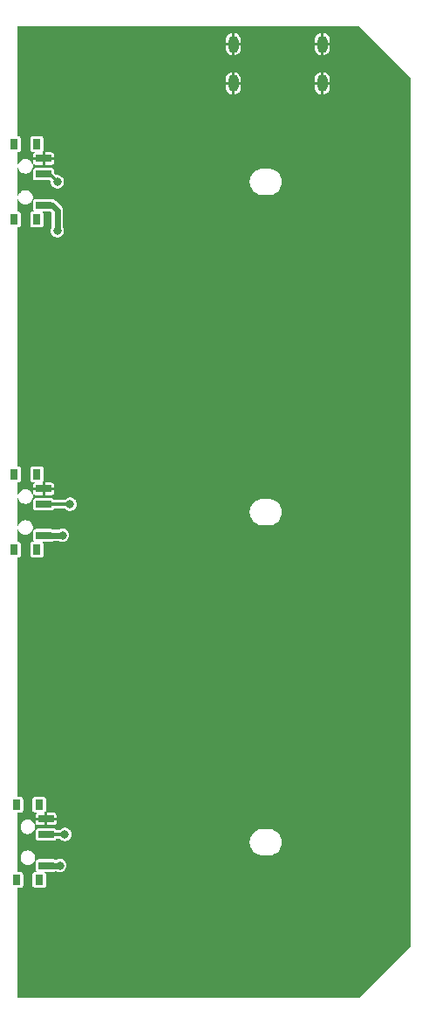
<source format=gbr>
%TF.GenerationSoftware,KiCad,Pcbnew,7.0.8*%
%TF.CreationDate,2024-03-13T10:59:52-04:00*%
%TF.ProjectId,INPUT,494e5055-542e-46b6-9963-61645f706362,rev?*%
%TF.SameCoordinates,Original*%
%TF.FileFunction,Copper,L2,Bot*%
%TF.FilePolarity,Positive*%
%FSLAX46Y46*%
G04 Gerber Fmt 4.6, Leading zero omitted, Abs format (unit mm)*
G04 Created by KiCad (PCBNEW 7.0.8) date 2024-03-13 10:59:52*
%MOMM*%
%LPD*%
G01*
G04 APERTURE LIST*
%TA.AperFunction,ComponentPad*%
%ADD10O,1.000000X1.700000*%
%TD*%
%TA.AperFunction,SMDPad,CuDef*%
%ADD11R,0.800000X1.000000*%
%TD*%
%TA.AperFunction,SMDPad,CuDef*%
%ADD12R,1.500000X0.700000*%
%TD*%
%TA.AperFunction,ViaPad*%
%ADD13C,0.800000*%
%TD*%
%TA.AperFunction,Conductor*%
%ADD14C,0.600000*%
%TD*%
%TA.AperFunction,Conductor*%
%ADD15C,0.300000*%
%TD*%
G04 APERTURE END LIST*
D10*
%TO.P,P1,S1,SHIELD*%
%TO.N,GND*%
X30482000Y-6467000D03*
X21842000Y-6467000D03*
X21842000Y-2667000D03*
X30482000Y-2667000D03*
%TD*%
D11*
%TO.P,SW1,*%
%TO.N,*%
X3005000Y-76350000D03*
X795000Y-83650000D03*
X3005000Y-83650000D03*
X795000Y-76350000D03*
D12*
%TO.P,SW1,1,A*%
%TO.N,VCC*%
X3655000Y-82250000D03*
%TO.P,SW1,2,B*%
%TO.N,Net-(R1-Pad1)*%
X3655000Y-79250000D03*
%TO.P,SW1,3,C*%
%TO.N,GND*%
X3655000Y-77750000D03*
%TD*%
D11*
%TO.P,SW3,*%
%TO.N,*%
X2780000Y-19650000D03*
X570000Y-19650000D03*
X570000Y-12350000D03*
X2780000Y-12350000D03*
D12*
%TO.P,SW3,1,A*%
%TO.N,VCC*%
X3430000Y-18250000D03*
%TO.P,SW3,2,B*%
%TO.N,Net-(R5-Pad1)*%
X3430000Y-15250000D03*
%TO.P,SW3,3,C*%
%TO.N,GND*%
X3430000Y-13750000D03*
%TD*%
D11*
%TO.P,SW2,*%
%TO.N,*%
X570000Y-51650000D03*
X2780000Y-51650000D03*
X570000Y-44350000D03*
X2780000Y-44350000D03*
D12*
%TO.P,SW2,1,A*%
%TO.N,VCC*%
X3430000Y-50250000D03*
%TO.P,SW2,2,B*%
%TO.N,Net-(R3-Pad1)*%
X3430000Y-47250000D03*
%TO.P,SW2,3,C*%
%TO.N,GND*%
X3430000Y-45750000D03*
%TD*%
D13*
%TO.N,GND*%
X12000000Y-55000000D03*
%TO.N,VCC*%
X5000000Y-82250000D03*
X4750000Y-20750000D03*
X5250000Y-50250000D03*
%TO.N,Net-(R1-Pad1)*%
X5500000Y-79250000D03*
%TO.N,Net-(R3-Pad1)*%
X6000000Y-47250000D03*
%TO.N,Net-(R5-Pad1)*%
X4750000Y-16000000D03*
%TD*%
D14*
%TO.N,VCC*%
X5000000Y-82250000D02*
X3655000Y-82250000D01*
X3430000Y-50250000D02*
X5250000Y-50250000D01*
X4250000Y-18250000D02*
X3430000Y-18250000D01*
X4750000Y-18750000D02*
X4250000Y-18250000D01*
X4750000Y-20750000D02*
X4750000Y-18750000D01*
D15*
%TO.N,Net-(R1-Pad1)*%
X3655000Y-79250000D02*
X5500000Y-79250000D01*
%TO.N,Net-(R3-Pad1)*%
X3430000Y-47250000D02*
X6000000Y-47250000D01*
%TO.N,Net-(R5-Pad1)*%
X4000000Y-15250000D02*
X4750000Y-16000000D01*
%TD*%
%TA.AperFunction,Conductor*%
%TO.N,GND*%
G36*
X34055773Y-914352D02*
G01*
X39085648Y-5944227D01*
X39100000Y-5978875D01*
X39100000Y-90021125D01*
X39085648Y-90055773D01*
X34055773Y-95085648D01*
X34021125Y-95100000D01*
X949000Y-95100000D01*
X914352Y-95085648D01*
X900000Y-95051000D01*
X900000Y-84453499D01*
X914352Y-84418851D01*
X948999Y-84404499D01*
X1220066Y-84404499D01*
X1294301Y-84389734D01*
X1378484Y-84333484D01*
X1434734Y-84249301D01*
X1449500Y-84175067D01*
X1449500Y-84175063D01*
X2350500Y-84175063D01*
X2365266Y-84249301D01*
X2421515Y-84333484D01*
X2455234Y-84356014D01*
X2505699Y-84389734D01*
X2579933Y-84404500D01*
X3430066Y-84404499D01*
X3504301Y-84389734D01*
X3588484Y-84333484D01*
X3644734Y-84249301D01*
X3659500Y-84175067D01*
X3659499Y-83124934D01*
X3644734Y-83050699D01*
X3626068Y-83022765D01*
X3588484Y-82966515D01*
X3555148Y-82944241D01*
X3534312Y-82913058D01*
X3541629Y-82876276D01*
X3572812Y-82855440D01*
X3582365Y-82854499D01*
X4430066Y-82854499D01*
X4504301Y-82839734D01*
X4544673Y-82812757D01*
X4571896Y-82804500D01*
X4636070Y-82804500D01*
X4658839Y-82810112D01*
X4766207Y-82866463D01*
X4920529Y-82904500D01*
X5079471Y-82904500D01*
X5233793Y-82866463D01*
X5312375Y-82825219D01*
X5374524Y-82792602D01*
X5374525Y-82792600D01*
X5374529Y-82792599D01*
X5493498Y-82687201D01*
X5583787Y-82556395D01*
X5640149Y-82407782D01*
X5659307Y-82250000D01*
X5640149Y-82092218D01*
X5583787Y-81943605D01*
X5554277Y-81900853D01*
X5493497Y-81812798D01*
X5374529Y-81707401D01*
X5374524Y-81707397D01*
X5233794Y-81633537D01*
X5079471Y-81595500D01*
X4920529Y-81595500D01*
X4766207Y-81633536D01*
X4715279Y-81660266D01*
X4658839Y-81689887D01*
X4636070Y-81695500D01*
X4571896Y-81695500D01*
X4544673Y-81687242D01*
X4504301Y-81660266D01*
X4430067Y-81645500D01*
X4430063Y-81645500D01*
X2879936Y-81645500D01*
X2805698Y-81660266D01*
X2721515Y-81716515D01*
X2665266Y-81800699D01*
X2650500Y-81874933D01*
X2650500Y-81874935D01*
X2650500Y-81874936D01*
X2650500Y-82625063D01*
X2665266Y-82699301D01*
X2721516Y-82783485D01*
X2754851Y-82805758D01*
X2775687Y-82836940D01*
X2768371Y-82873722D01*
X2737189Y-82894558D01*
X2727629Y-82895500D01*
X2579937Y-82895500D01*
X2505698Y-82910266D01*
X2421515Y-82966515D01*
X2365267Y-83050698D01*
X2365266Y-83050699D01*
X2350500Y-83124933D01*
X2350500Y-83124934D01*
X2350500Y-83124936D01*
X2350500Y-84175063D01*
X1449500Y-84175063D01*
X1449499Y-83124934D01*
X1434734Y-83050699D01*
X1416068Y-83022765D01*
X1378484Y-82966515D01*
X1298479Y-82913058D01*
X1294301Y-82910266D01*
X1220067Y-82895500D01*
X1220064Y-82895500D01*
X949000Y-82895500D01*
X914352Y-82881148D01*
X900000Y-82846500D01*
X900000Y-81585055D01*
X1194500Y-81585055D01*
X1235209Y-81750224D01*
X1300664Y-81874936D01*
X1314266Y-81900852D01*
X1352142Y-81943605D01*
X1427071Y-82028183D01*
X1567068Y-82124817D01*
X1567070Y-82124818D01*
X1726128Y-82185140D01*
X1852628Y-82200500D01*
X1852631Y-82200500D01*
X1937369Y-82200500D01*
X1937372Y-82200500D01*
X2063872Y-82185140D01*
X2222930Y-82124818D01*
X2362929Y-82028183D01*
X2475734Y-81900852D01*
X2554790Y-81750225D01*
X2595500Y-81585056D01*
X2595500Y-81414944D01*
X2554790Y-81249775D01*
X2475734Y-81099148D01*
X2362929Y-80971817D01*
X2362928Y-80971816D01*
X2222931Y-80875182D01*
X2222929Y-80875181D01*
X2108423Y-80831755D01*
X2063872Y-80814860D01*
X1937372Y-80799500D01*
X1852628Y-80799500D01*
X1726128Y-80814860D01*
X1726125Y-80814860D01*
X1726125Y-80814861D01*
X1567070Y-80875181D01*
X1567068Y-80875182D01*
X1427071Y-80971816D01*
X1337369Y-81073069D01*
X1314266Y-81099148D01*
X1314264Y-81099151D01*
X1314261Y-81099156D01*
X1235209Y-81249775D01*
X1194500Y-81414944D01*
X1194500Y-81585055D01*
X900000Y-81585055D01*
X900000Y-80000000D01*
X23444532Y-80000000D01*
X23464365Y-80226694D01*
X23464366Y-80226700D01*
X23523258Y-80446488D01*
X23523259Y-80446493D01*
X23619430Y-80652732D01*
X23619438Y-80652744D01*
X23749948Y-80839133D01*
X23749954Y-80839140D01*
X23910859Y-81000045D01*
X23910866Y-81000051D01*
X24097255Y-81130561D01*
X24097267Y-81130569D01*
X24303506Y-81226740D01*
X24303511Y-81226741D01*
X24523299Y-81285633D01*
X24523303Y-81285633D01*
X24523308Y-81285635D01*
X24638535Y-81295716D01*
X24693212Y-81300500D01*
X24693216Y-81300500D01*
X25306788Y-81300500D01*
X25357392Y-81296072D01*
X25476692Y-81285635D01*
X25476698Y-81285633D01*
X25476700Y-81285633D01*
X25610524Y-81249775D01*
X25696490Y-81226740D01*
X25696493Y-81226740D01*
X25696493Y-81226739D01*
X25696496Y-81226739D01*
X25902734Y-81130568D01*
X26089139Y-81000047D01*
X26250047Y-80839139D01*
X26380568Y-80652734D01*
X26476739Y-80446496D01*
X26535635Y-80226692D01*
X26555468Y-80000000D01*
X26535635Y-79773308D01*
X26514368Y-79693939D01*
X26476741Y-79553511D01*
X26476740Y-79553506D01*
X26380569Y-79347267D01*
X26380561Y-79347255D01*
X26250051Y-79160866D01*
X26250045Y-79160859D01*
X26089140Y-78999954D01*
X26089133Y-78999948D01*
X25902744Y-78869438D01*
X25902732Y-78869430D01*
X25696493Y-78773259D01*
X25696488Y-78773258D01*
X25476700Y-78714366D01*
X25476694Y-78714365D01*
X25306788Y-78699500D01*
X25306784Y-78699500D01*
X24693216Y-78699500D01*
X24693212Y-78699500D01*
X24523305Y-78714365D01*
X24523299Y-78714366D01*
X24303511Y-78773258D01*
X24303506Y-78773259D01*
X24097267Y-78869430D01*
X24097255Y-78869438D01*
X23910866Y-78999948D01*
X23910859Y-78999954D01*
X23749954Y-79160859D01*
X23749948Y-79160866D01*
X23619438Y-79347255D01*
X23619430Y-79347267D01*
X23523259Y-79553506D01*
X23523258Y-79553511D01*
X23464366Y-79773299D01*
X23464365Y-79773305D01*
X23444532Y-80000000D01*
X900000Y-80000000D01*
X900000Y-79625063D01*
X2650500Y-79625063D01*
X2665266Y-79699301D01*
X2721515Y-79783484D01*
X2755234Y-79806014D01*
X2805699Y-79839734D01*
X2879933Y-79854500D01*
X4430066Y-79854499D01*
X4504301Y-79839734D01*
X4588484Y-79783484D01*
X4644734Y-79699301D01*
X4645801Y-79693939D01*
X4666638Y-79662757D01*
X4693859Y-79654500D01*
X4958213Y-79654500D01*
X4992861Y-79668852D01*
X4998539Y-79675665D01*
X5006502Y-79687202D01*
X5125470Y-79792598D01*
X5125475Y-79792602D01*
X5243413Y-79854500D01*
X5266207Y-79866463D01*
X5420529Y-79904500D01*
X5579471Y-79904500D01*
X5733793Y-79866463D01*
X5812375Y-79825219D01*
X5874524Y-79792602D01*
X5874525Y-79792600D01*
X5874529Y-79792599D01*
X5993498Y-79687201D01*
X6083787Y-79556395D01*
X6140149Y-79407782D01*
X6159307Y-79250000D01*
X6140149Y-79092218D01*
X6083787Y-78943605D01*
X6054277Y-78900853D01*
X6016070Y-78845500D01*
X5993498Y-78812799D01*
X5985892Y-78806061D01*
X5874529Y-78707401D01*
X5874524Y-78707397D01*
X5733794Y-78633537D01*
X5579471Y-78595500D01*
X5420529Y-78595500D01*
X5266205Y-78633537D01*
X5125475Y-78707397D01*
X5125470Y-78707401D01*
X5006502Y-78812797D01*
X4998539Y-78824335D01*
X4967045Y-78844697D01*
X4958213Y-78845500D01*
X4693859Y-78845500D01*
X4659211Y-78831148D01*
X4645801Y-78806061D01*
X4644734Y-78800701D01*
X4644734Y-78800699D01*
X4611008Y-78750225D01*
X4588484Y-78716515D01*
X4538019Y-78682796D01*
X4504301Y-78660266D01*
X4430067Y-78645500D01*
X4430063Y-78645500D01*
X2879936Y-78645500D01*
X2805698Y-78660266D01*
X2721515Y-78716515D01*
X2665267Y-78800698D01*
X2665266Y-78800699D01*
X2650500Y-78874933D01*
X2650500Y-78874935D01*
X2650500Y-78874936D01*
X2650500Y-79625063D01*
X900000Y-79625063D01*
X900000Y-78585055D01*
X1194500Y-78585055D01*
X1235209Y-78750224D01*
X1300664Y-78874936D01*
X1314266Y-78900852D01*
X1427071Y-79028183D01*
X1567068Y-79124817D01*
X1567070Y-79124818D01*
X1726128Y-79185140D01*
X1852628Y-79200500D01*
X1852631Y-79200500D01*
X1937369Y-79200500D01*
X1937372Y-79200500D01*
X2063872Y-79185140D01*
X2222930Y-79124818D01*
X2362929Y-79028183D01*
X2475734Y-78900852D01*
X2554790Y-78750225D01*
X2595500Y-78585056D01*
X2595500Y-78414944D01*
X2554790Y-78249775D01*
X2475734Y-78099148D01*
X2362929Y-77971817D01*
X2362928Y-77971816D01*
X2222931Y-77875182D01*
X2222929Y-77875181D01*
X2222452Y-77875000D01*
X2655000Y-77875000D01*
X2655000Y-78124629D01*
X2669503Y-78197542D01*
X2724759Y-78280240D01*
X2807457Y-78335496D01*
X2880370Y-78349999D01*
X2880376Y-78350000D01*
X3530000Y-78350000D01*
X3530000Y-77875000D01*
X3780000Y-77875000D01*
X3780000Y-78350000D01*
X4429624Y-78350000D01*
X4429629Y-78349999D01*
X4502542Y-78335496D01*
X4585240Y-78280240D01*
X4640496Y-78197542D01*
X4654999Y-78124629D01*
X4655000Y-78124624D01*
X4655000Y-77875000D01*
X3780000Y-77875000D01*
X3530000Y-77875000D01*
X2655000Y-77875000D01*
X2222452Y-77875000D01*
X2108423Y-77831755D01*
X2063872Y-77814860D01*
X1937372Y-77799500D01*
X1852628Y-77799500D01*
X1726128Y-77814860D01*
X1726125Y-77814860D01*
X1726125Y-77814861D01*
X1567070Y-77875181D01*
X1567068Y-77875182D01*
X1427071Y-77971816D01*
X1337369Y-78073069D01*
X1314266Y-78099148D01*
X1314264Y-78099151D01*
X1314261Y-78099156D01*
X1235209Y-78249775D01*
X1194500Y-78414944D01*
X1194500Y-78585055D01*
X900000Y-78585055D01*
X900000Y-77153499D01*
X914352Y-77118851D01*
X948999Y-77104499D01*
X1220066Y-77104499D01*
X1294301Y-77089734D01*
X1378484Y-77033484D01*
X1434734Y-76949301D01*
X1449500Y-76875067D01*
X1449500Y-76875063D01*
X2350500Y-76875063D01*
X2365266Y-76949301D01*
X2421515Y-77033484D01*
X2455234Y-77056014D01*
X2505699Y-77089734D01*
X2579933Y-77104500D01*
X2735728Y-77104499D01*
X2770375Y-77118851D01*
X2784727Y-77153499D01*
X2770375Y-77188147D01*
X2762951Y-77194241D01*
X2724759Y-77219760D01*
X2669503Y-77302457D01*
X2655000Y-77375370D01*
X2655000Y-77625000D01*
X3530000Y-77625000D01*
X3530000Y-77150000D01*
X3780000Y-77150000D01*
X3780000Y-77625000D01*
X4655000Y-77625000D01*
X4655000Y-77375376D01*
X4654999Y-77375370D01*
X4640496Y-77302457D01*
X4585240Y-77219759D01*
X4502542Y-77164503D01*
X4429629Y-77150000D01*
X3780000Y-77150000D01*
X3530000Y-77150000D01*
X3525798Y-77145798D01*
X3511446Y-77111150D01*
X3525798Y-77076502D01*
X3533218Y-77070411D01*
X3588484Y-77033484D01*
X3644734Y-76949301D01*
X3659500Y-76875067D01*
X3659499Y-75824934D01*
X3644734Y-75750699D01*
X3626068Y-75722765D01*
X3588484Y-75666515D01*
X3538019Y-75632796D01*
X3504301Y-75610266D01*
X3430067Y-75595500D01*
X3430063Y-75595500D01*
X2579936Y-75595500D01*
X2505698Y-75610266D01*
X2421515Y-75666515D01*
X2365267Y-75750698D01*
X2365266Y-75750699D01*
X2350500Y-75824933D01*
X2350500Y-75824934D01*
X2350500Y-75824936D01*
X2350500Y-76875063D01*
X1449500Y-76875063D01*
X1449499Y-75824934D01*
X1434734Y-75750699D01*
X1416068Y-75722765D01*
X1378484Y-75666515D01*
X1328019Y-75632796D01*
X1294301Y-75610266D01*
X1220067Y-75595500D01*
X1220064Y-75595500D01*
X949000Y-75595500D01*
X914352Y-75581148D01*
X900000Y-75546500D01*
X900000Y-52453499D01*
X914352Y-52418851D01*
X948999Y-52404499D01*
X995066Y-52404499D01*
X1069301Y-52389734D01*
X1153484Y-52333484D01*
X1209734Y-52249301D01*
X1224500Y-52175067D01*
X1224500Y-52175063D01*
X2125500Y-52175063D01*
X2140266Y-52249301D01*
X2196515Y-52333484D01*
X2230234Y-52356014D01*
X2280699Y-52389734D01*
X2354933Y-52404500D01*
X3205066Y-52404499D01*
X3279301Y-52389734D01*
X3363484Y-52333484D01*
X3419734Y-52249301D01*
X3434500Y-52175067D01*
X3434499Y-51124934D01*
X3419734Y-51050699D01*
X3401068Y-51022765D01*
X3363484Y-50966515D01*
X3330148Y-50944241D01*
X3309312Y-50913058D01*
X3316629Y-50876276D01*
X3347812Y-50855440D01*
X3357365Y-50854499D01*
X4205066Y-50854499D01*
X4279301Y-50839734D01*
X4319673Y-50812757D01*
X4346896Y-50804500D01*
X4886070Y-50804500D01*
X4908839Y-50810112D01*
X5016207Y-50866463D01*
X5170529Y-50904500D01*
X5329471Y-50904500D01*
X5483793Y-50866463D01*
X5562375Y-50825219D01*
X5624524Y-50792602D01*
X5624525Y-50792600D01*
X5624529Y-50792599D01*
X5743498Y-50687201D01*
X5833787Y-50556395D01*
X5890149Y-50407782D01*
X5909307Y-50250000D01*
X5890149Y-50092218D01*
X5833787Y-49943605D01*
X5804277Y-49900853D01*
X5743497Y-49812798D01*
X5624529Y-49707401D01*
X5624524Y-49707397D01*
X5483794Y-49633537D01*
X5329471Y-49595500D01*
X5170529Y-49595500D01*
X5016207Y-49633536D01*
X4965279Y-49660266D01*
X4908839Y-49689887D01*
X4886070Y-49695500D01*
X4346896Y-49695500D01*
X4319673Y-49687242D01*
X4279301Y-49660266D01*
X4205067Y-49645500D01*
X4205063Y-49645500D01*
X2654936Y-49645500D01*
X2580698Y-49660266D01*
X2496515Y-49716515D01*
X2440266Y-49800699D01*
X2425500Y-49874933D01*
X2425500Y-49874935D01*
X2425500Y-49874936D01*
X2425500Y-50625063D01*
X2440266Y-50699301D01*
X2496516Y-50783485D01*
X2529851Y-50805758D01*
X2550687Y-50836940D01*
X2543371Y-50873722D01*
X2512189Y-50894558D01*
X2502629Y-50895500D01*
X2354937Y-50895500D01*
X2280698Y-50910266D01*
X2196515Y-50966515D01*
X2140267Y-51050698D01*
X2140266Y-51050699D01*
X2125500Y-51124933D01*
X2125500Y-51124934D01*
X2125500Y-51124936D01*
X2125500Y-52175063D01*
X1224500Y-52175063D01*
X1224499Y-51124934D01*
X1209734Y-51050699D01*
X1191068Y-51022765D01*
X1153484Y-50966515D01*
X1073479Y-50913058D01*
X1069301Y-50910266D01*
X995067Y-50895500D01*
X995064Y-50895500D01*
X949000Y-50895500D01*
X914352Y-50881148D01*
X900000Y-50846500D01*
X900000Y-49706635D01*
X914352Y-49671987D01*
X949000Y-49657635D01*
X983648Y-49671987D01*
X996576Y-49694909D01*
X1010209Y-49750224D01*
X1075664Y-49874936D01*
X1089266Y-49900852D01*
X1127142Y-49943605D01*
X1202071Y-50028183D01*
X1342068Y-50124817D01*
X1342070Y-50124818D01*
X1501128Y-50185140D01*
X1627628Y-50200500D01*
X1627631Y-50200500D01*
X1712369Y-50200500D01*
X1712372Y-50200500D01*
X1838872Y-50185140D01*
X1997930Y-50124818D01*
X2137929Y-50028183D01*
X2250734Y-49900852D01*
X2329790Y-49750225D01*
X2370500Y-49585056D01*
X2370500Y-49414944D01*
X2329790Y-49249775D01*
X2250734Y-49099148D01*
X2137929Y-48971817D01*
X2137928Y-48971816D01*
X1997931Y-48875182D01*
X1997929Y-48875181D01*
X1883423Y-48831755D01*
X1838872Y-48814860D01*
X1712372Y-48799500D01*
X1627628Y-48799500D01*
X1501128Y-48814860D01*
X1501125Y-48814860D01*
X1501125Y-48814861D01*
X1342070Y-48875181D01*
X1342068Y-48875182D01*
X1202071Y-48971816D01*
X1112369Y-49073069D01*
X1089266Y-49099148D01*
X1089264Y-49099151D01*
X1089261Y-49099156D01*
X1010209Y-49249775D01*
X996576Y-49305090D01*
X974350Y-49335297D01*
X937274Y-49340940D01*
X907067Y-49318714D01*
X900000Y-49293364D01*
X900000Y-48000000D01*
X23444532Y-48000000D01*
X23464365Y-48226694D01*
X23464366Y-48226700D01*
X23523258Y-48446488D01*
X23523259Y-48446493D01*
X23619430Y-48652732D01*
X23619438Y-48652744D01*
X23749948Y-48839133D01*
X23749954Y-48839140D01*
X23910859Y-49000045D01*
X23910866Y-49000051D01*
X24097255Y-49130561D01*
X24097267Y-49130569D01*
X24303506Y-49226740D01*
X24303511Y-49226741D01*
X24523299Y-49285633D01*
X24523303Y-49285633D01*
X24523308Y-49285635D01*
X24638535Y-49295716D01*
X24693212Y-49300500D01*
X24693216Y-49300500D01*
X25306788Y-49300500D01*
X25357392Y-49296072D01*
X25476692Y-49285635D01*
X25476698Y-49285633D01*
X25476700Y-49285633D01*
X25610524Y-49249775D01*
X25696490Y-49226740D01*
X25696493Y-49226740D01*
X25696493Y-49226739D01*
X25696496Y-49226739D01*
X25902734Y-49130568D01*
X26089139Y-49000047D01*
X26250047Y-48839139D01*
X26380568Y-48652734D01*
X26476739Y-48446496D01*
X26535635Y-48226692D01*
X26555468Y-48000000D01*
X26535635Y-47773308D01*
X26514368Y-47693939D01*
X26476741Y-47553511D01*
X26476740Y-47553506D01*
X26380569Y-47347267D01*
X26380561Y-47347255D01*
X26250051Y-47160866D01*
X26250045Y-47160859D01*
X26089140Y-46999954D01*
X26089133Y-46999948D01*
X25902744Y-46869438D01*
X25902732Y-46869430D01*
X25696493Y-46773259D01*
X25696488Y-46773258D01*
X25476700Y-46714366D01*
X25476694Y-46714365D01*
X25306788Y-46699500D01*
X25306784Y-46699500D01*
X24693216Y-46699500D01*
X24693212Y-46699500D01*
X24523305Y-46714365D01*
X24523299Y-46714366D01*
X24303511Y-46773258D01*
X24303506Y-46773259D01*
X24097267Y-46869430D01*
X24097255Y-46869438D01*
X23910866Y-46999948D01*
X23910859Y-46999954D01*
X23749954Y-47160859D01*
X23749948Y-47160866D01*
X23619438Y-47347255D01*
X23619430Y-47347267D01*
X23523259Y-47553506D01*
X23523258Y-47553511D01*
X23464366Y-47773299D01*
X23464365Y-47773305D01*
X23444532Y-48000000D01*
X900000Y-48000000D01*
X900000Y-47625063D01*
X2425500Y-47625063D01*
X2440266Y-47699301D01*
X2496515Y-47783484D01*
X2530234Y-47806014D01*
X2580699Y-47839734D01*
X2654933Y-47854500D01*
X4205066Y-47854499D01*
X4279301Y-47839734D01*
X4363484Y-47783484D01*
X4419734Y-47699301D01*
X4420801Y-47693939D01*
X4441638Y-47662757D01*
X4468859Y-47654500D01*
X5458213Y-47654500D01*
X5492861Y-47668852D01*
X5498539Y-47675665D01*
X5506502Y-47687202D01*
X5625470Y-47792598D01*
X5625475Y-47792602D01*
X5743413Y-47854500D01*
X5766207Y-47866463D01*
X5920529Y-47904500D01*
X6079471Y-47904500D01*
X6233793Y-47866463D01*
X6312375Y-47825219D01*
X6374524Y-47792602D01*
X6374525Y-47792600D01*
X6374529Y-47792599D01*
X6493498Y-47687201D01*
X6583787Y-47556395D01*
X6640149Y-47407782D01*
X6659307Y-47250000D01*
X6640149Y-47092218D01*
X6583787Y-46943605D01*
X6554277Y-46900853D01*
X6516070Y-46845500D01*
X6493498Y-46812799D01*
X6485892Y-46806061D01*
X6374529Y-46707401D01*
X6374524Y-46707397D01*
X6233794Y-46633537D01*
X6079471Y-46595500D01*
X5920529Y-46595500D01*
X5766205Y-46633537D01*
X5625475Y-46707397D01*
X5625470Y-46707401D01*
X5506502Y-46812797D01*
X5498539Y-46824335D01*
X5467045Y-46844697D01*
X5458213Y-46845500D01*
X4468859Y-46845500D01*
X4434211Y-46831148D01*
X4420801Y-46806061D01*
X4419734Y-46800701D01*
X4419734Y-46800699D01*
X4386008Y-46750225D01*
X4363484Y-46716515D01*
X4296842Y-46671987D01*
X4279301Y-46660266D01*
X4205067Y-46645500D01*
X4205063Y-46645500D01*
X2654936Y-46645500D01*
X2580698Y-46660266D01*
X2496515Y-46716515D01*
X2440267Y-46800698D01*
X2440266Y-46800699D01*
X2425500Y-46874933D01*
X2425500Y-46874935D01*
X2425500Y-46874936D01*
X2425500Y-47625063D01*
X900000Y-47625063D01*
X900000Y-46706635D01*
X914352Y-46671987D01*
X949000Y-46657635D01*
X983648Y-46671987D01*
X996576Y-46694909D01*
X1010209Y-46750224D01*
X1075664Y-46874936D01*
X1089266Y-46900852D01*
X1202071Y-47028183D01*
X1342068Y-47124817D01*
X1342070Y-47124818D01*
X1501128Y-47185140D01*
X1627628Y-47200500D01*
X1627631Y-47200500D01*
X1712369Y-47200500D01*
X1712372Y-47200500D01*
X1838872Y-47185140D01*
X1997930Y-47124818D01*
X2137929Y-47028183D01*
X2250734Y-46900852D01*
X2329790Y-46750225D01*
X2370500Y-46585056D01*
X2370500Y-46414944D01*
X2329790Y-46249775D01*
X2250734Y-46099148D01*
X2137929Y-45971817D01*
X2137928Y-45971816D01*
X1997931Y-45875182D01*
X1997929Y-45875181D01*
X1997452Y-45875000D01*
X2430000Y-45875000D01*
X2430000Y-46124629D01*
X2444503Y-46197542D01*
X2499759Y-46280240D01*
X2582457Y-46335496D01*
X2655370Y-46349999D01*
X2655376Y-46350000D01*
X3305000Y-46350000D01*
X3305000Y-45875000D01*
X3555000Y-45875000D01*
X3555000Y-46350000D01*
X4204624Y-46350000D01*
X4204629Y-46349999D01*
X4277542Y-46335496D01*
X4360240Y-46280240D01*
X4415496Y-46197542D01*
X4429999Y-46124629D01*
X4430000Y-46124624D01*
X4430000Y-45875000D01*
X3555000Y-45875000D01*
X3305000Y-45875000D01*
X2430000Y-45875000D01*
X1997452Y-45875000D01*
X1883423Y-45831755D01*
X1838872Y-45814860D01*
X1712372Y-45799500D01*
X1627628Y-45799500D01*
X1501128Y-45814860D01*
X1501125Y-45814860D01*
X1501125Y-45814861D01*
X1342070Y-45875181D01*
X1342068Y-45875182D01*
X1202071Y-45971816D01*
X1112369Y-46073069D01*
X1089266Y-46099148D01*
X1089264Y-46099151D01*
X1089261Y-46099156D01*
X1010209Y-46249775D01*
X996576Y-46305090D01*
X974350Y-46335297D01*
X937274Y-46340940D01*
X907067Y-46318714D01*
X900000Y-46293364D01*
X900000Y-45153499D01*
X914352Y-45118851D01*
X948999Y-45104499D01*
X995066Y-45104499D01*
X1069301Y-45089734D01*
X1153484Y-45033484D01*
X1209734Y-44949301D01*
X1224500Y-44875067D01*
X1224500Y-44875063D01*
X2125500Y-44875063D01*
X2140266Y-44949301D01*
X2196515Y-45033484D01*
X2230234Y-45056014D01*
X2280699Y-45089734D01*
X2354933Y-45104500D01*
X2510728Y-45104499D01*
X2545375Y-45118851D01*
X2559727Y-45153499D01*
X2545375Y-45188147D01*
X2537951Y-45194241D01*
X2499759Y-45219760D01*
X2444503Y-45302457D01*
X2430000Y-45375370D01*
X2430000Y-45625000D01*
X3305000Y-45625000D01*
X3305000Y-45150000D01*
X3555000Y-45150000D01*
X3555000Y-45625000D01*
X4430000Y-45625000D01*
X4430000Y-45375376D01*
X4429999Y-45375370D01*
X4415496Y-45302457D01*
X4360240Y-45219759D01*
X4277542Y-45164503D01*
X4204629Y-45150000D01*
X3555000Y-45150000D01*
X3305000Y-45150000D01*
X3300798Y-45145798D01*
X3286446Y-45111150D01*
X3300798Y-45076502D01*
X3308218Y-45070411D01*
X3363484Y-45033484D01*
X3419734Y-44949301D01*
X3434500Y-44875067D01*
X3434499Y-43824934D01*
X3419734Y-43750699D01*
X3401068Y-43722765D01*
X3363484Y-43666515D01*
X3313019Y-43632796D01*
X3279301Y-43610266D01*
X3205067Y-43595500D01*
X3205063Y-43595500D01*
X2354936Y-43595500D01*
X2280698Y-43610266D01*
X2196515Y-43666515D01*
X2140267Y-43750698D01*
X2140266Y-43750699D01*
X2125500Y-43824933D01*
X2125500Y-43824934D01*
X2125500Y-43824936D01*
X2125500Y-44875063D01*
X1224500Y-44875063D01*
X1224499Y-43824934D01*
X1209734Y-43750699D01*
X1191068Y-43722765D01*
X1153484Y-43666515D01*
X1103019Y-43632796D01*
X1069301Y-43610266D01*
X995067Y-43595500D01*
X995064Y-43595500D01*
X949000Y-43595500D01*
X914352Y-43581148D01*
X900000Y-43546500D01*
X900000Y-20453499D01*
X914352Y-20418851D01*
X948999Y-20404499D01*
X995066Y-20404499D01*
X1069301Y-20389734D01*
X1153484Y-20333484D01*
X1209734Y-20249301D01*
X1224500Y-20175067D01*
X1224500Y-20175063D01*
X2125500Y-20175063D01*
X2140266Y-20249301D01*
X2196515Y-20333484D01*
X2230234Y-20356014D01*
X2280699Y-20389734D01*
X2354933Y-20404500D01*
X3205066Y-20404499D01*
X3279301Y-20389734D01*
X3363484Y-20333484D01*
X3419734Y-20249301D01*
X3434500Y-20175067D01*
X3434499Y-19124934D01*
X3419734Y-19050699D01*
X3372281Y-18979681D01*
X3363484Y-18966515D01*
X3330148Y-18944241D01*
X3309312Y-18913058D01*
X3316629Y-18876276D01*
X3347812Y-18855440D01*
X3357365Y-18854499D01*
X4050022Y-18854499D01*
X4084670Y-18868851D01*
X4181148Y-18965329D01*
X4195500Y-18999977D01*
X4195500Y-20385906D01*
X4186826Y-20413741D01*
X4166213Y-20443603D01*
X4109851Y-20592216D01*
X4090693Y-20750000D01*
X4109851Y-20907783D01*
X4166213Y-21056396D01*
X4256502Y-21187201D01*
X4375470Y-21292598D01*
X4375475Y-21292602D01*
X4516205Y-21366462D01*
X4516207Y-21366463D01*
X4670529Y-21404500D01*
X4829471Y-21404500D01*
X4983793Y-21366463D01*
X5062375Y-21325219D01*
X5124524Y-21292602D01*
X5124525Y-21292600D01*
X5124529Y-21292599D01*
X5243498Y-21187201D01*
X5333787Y-21056395D01*
X5390149Y-20907782D01*
X5409307Y-20750000D01*
X5390149Y-20592218D01*
X5333787Y-20443605D01*
X5313174Y-20413741D01*
X5304500Y-20385906D01*
X5304500Y-18759476D01*
X5306779Y-18692767D01*
X5306778Y-18692766D01*
X5306779Y-18692761D01*
X5295758Y-18647537D01*
X5295294Y-18645098D01*
X5288957Y-18598991D01*
X5279170Y-18576459D01*
X5276506Y-18568539D01*
X5270689Y-18544667D01*
X5247882Y-18504104D01*
X5246766Y-18501856D01*
X5228231Y-18459184D01*
X5228230Y-18459183D01*
X5228230Y-18459182D01*
X5212722Y-18440120D01*
X5208020Y-18433211D01*
X5195984Y-18411803D01*
X5195981Y-18411800D01*
X5163072Y-18378891D01*
X5161400Y-18377038D01*
X5132035Y-18340943D01*
X5132034Y-18340942D01*
X5111960Y-18326772D01*
X5105570Y-18321389D01*
X4648788Y-17864607D01*
X4603229Y-17815825D01*
X4603225Y-17815822D01*
X4563472Y-17791647D01*
X4561397Y-17790235D01*
X4540400Y-17774313D01*
X4524321Y-17762120D01*
X4524319Y-17762119D01*
X4518016Y-17759633D01*
X4501457Y-17753103D01*
X4493980Y-17749389D01*
X4472994Y-17736627D01*
X4472985Y-17736623D01*
X4428184Y-17724069D01*
X4425807Y-17723269D01*
X4382520Y-17706201D01*
X4358075Y-17703687D01*
X4349872Y-17702128D01*
X4343745Y-17700412D01*
X4329743Y-17693971D01*
X4279301Y-17660266D01*
X4279302Y-17660266D01*
X4264454Y-17657312D01*
X4205067Y-17645500D01*
X4205063Y-17645500D01*
X2654936Y-17645500D01*
X2580698Y-17660266D01*
X2496515Y-17716515D01*
X2447258Y-17790235D01*
X2440266Y-17800699D01*
X2425500Y-17874933D01*
X2425500Y-17874935D01*
X2425500Y-17874936D01*
X2425500Y-18625063D01*
X2440266Y-18699301D01*
X2496516Y-18783485D01*
X2529851Y-18805758D01*
X2550687Y-18836940D01*
X2543371Y-18873722D01*
X2512189Y-18894558D01*
X2502629Y-18895500D01*
X2354937Y-18895500D01*
X2280698Y-18910266D01*
X2196515Y-18966515D01*
X2140267Y-19050698D01*
X2140266Y-19050699D01*
X2125500Y-19124933D01*
X2125500Y-19124934D01*
X2125500Y-19124936D01*
X2125500Y-20175063D01*
X1224500Y-20175063D01*
X1224499Y-19124934D01*
X1209734Y-19050699D01*
X1162281Y-18979681D01*
X1153484Y-18966515D01*
X1073479Y-18913058D01*
X1069301Y-18910266D01*
X995067Y-18895500D01*
X995064Y-18895500D01*
X949000Y-18895500D01*
X914352Y-18881148D01*
X900000Y-18846500D01*
X900000Y-17706635D01*
X914352Y-17671987D01*
X949000Y-17657635D01*
X983648Y-17671987D01*
X996576Y-17694909D01*
X1010209Y-17750224D01*
X1075664Y-17874936D01*
X1089266Y-17900852D01*
X1202071Y-18028183D01*
X1342068Y-18124817D01*
X1342070Y-18124818D01*
X1501128Y-18185140D01*
X1627628Y-18200500D01*
X1627631Y-18200500D01*
X1712369Y-18200500D01*
X1712372Y-18200500D01*
X1838872Y-18185140D01*
X1997930Y-18124818D01*
X2137929Y-18028183D01*
X2250734Y-17900852D01*
X2329790Y-17750225D01*
X2370500Y-17585056D01*
X2370500Y-17414944D01*
X2329790Y-17249775D01*
X2250734Y-17099148D01*
X2137929Y-16971817D01*
X2137928Y-16971816D01*
X1997931Y-16875182D01*
X1997929Y-16875181D01*
X1883423Y-16831755D01*
X1838872Y-16814860D01*
X1712372Y-16799500D01*
X1627628Y-16799500D01*
X1501128Y-16814860D01*
X1501125Y-16814860D01*
X1501125Y-16814861D01*
X1342070Y-16875181D01*
X1342068Y-16875182D01*
X1202071Y-16971816D01*
X1112369Y-17073069D01*
X1089266Y-17099148D01*
X1089264Y-17099151D01*
X1089261Y-17099156D01*
X1010209Y-17249775D01*
X996576Y-17305090D01*
X974350Y-17335297D01*
X937274Y-17340940D01*
X907067Y-17318714D01*
X900000Y-17293364D01*
X900000Y-15625063D01*
X2425500Y-15625063D01*
X2440266Y-15699301D01*
X2496515Y-15783484D01*
X2530234Y-15806014D01*
X2580699Y-15839734D01*
X2654933Y-15854500D01*
X4012153Y-15854499D01*
X4046801Y-15868851D01*
X4083269Y-15905319D01*
X4097621Y-15939967D01*
X4097264Y-15945872D01*
X4090693Y-15999999D01*
X4109851Y-16157783D01*
X4166213Y-16306396D01*
X4256502Y-16437201D01*
X4375470Y-16542598D01*
X4375475Y-16542602D01*
X4516205Y-16616462D01*
X4516207Y-16616463D01*
X4670529Y-16654500D01*
X4829471Y-16654500D01*
X4983793Y-16616463D01*
X5062375Y-16575219D01*
X5124524Y-16542602D01*
X5124525Y-16542600D01*
X5124529Y-16542599D01*
X5243498Y-16437201D01*
X5333787Y-16306395D01*
X5390149Y-16157782D01*
X5409307Y-16000001D01*
X23444533Y-16000001D01*
X23464366Y-16226695D01*
X23464367Y-16226701D01*
X23523259Y-16446489D01*
X23523260Y-16446494D01*
X23619431Y-16652733D01*
X23619439Y-16652745D01*
X23749949Y-16839134D01*
X23749955Y-16839141D01*
X23910860Y-17000046D01*
X23910867Y-17000052D01*
X24097256Y-17130562D01*
X24097268Y-17130570D01*
X24303507Y-17226741D01*
X24303512Y-17226742D01*
X24523300Y-17285634D01*
X24523304Y-17285634D01*
X24523309Y-17285636D01*
X24638536Y-17295717D01*
X24693213Y-17300501D01*
X24693217Y-17300501D01*
X25306789Y-17300501D01*
X25357393Y-17296073D01*
X25476693Y-17285636D01*
X25476699Y-17285634D01*
X25476701Y-17285634D01*
X25610529Y-17249775D01*
X25696491Y-17226741D01*
X25696494Y-17226741D01*
X25696494Y-17226740D01*
X25696497Y-17226740D01*
X25902735Y-17130569D01*
X26089140Y-17000048D01*
X26250048Y-16839140D01*
X26380569Y-16652735D01*
X26476740Y-16446497D01*
X26535636Y-16226693D01*
X26555469Y-16000001D01*
X26535636Y-15773309D01*
X26514279Y-15693605D01*
X26476742Y-15553512D01*
X26476741Y-15553507D01*
X26380570Y-15347268D01*
X26380562Y-15347256D01*
X26250052Y-15160867D01*
X26250046Y-15160860D01*
X26089141Y-14999955D01*
X26089134Y-14999949D01*
X25902745Y-14869439D01*
X25902733Y-14869431D01*
X25696494Y-14773260D01*
X25696489Y-14773259D01*
X25476701Y-14714367D01*
X25476695Y-14714366D01*
X25306789Y-14699501D01*
X25306785Y-14699501D01*
X24693217Y-14699501D01*
X24693213Y-14699501D01*
X24523306Y-14714366D01*
X24523300Y-14714367D01*
X24303512Y-14773259D01*
X24303507Y-14773260D01*
X24097268Y-14869431D01*
X24097256Y-14869439D01*
X23910867Y-14999949D01*
X23910860Y-14999955D01*
X23749955Y-15160860D01*
X23749949Y-15160867D01*
X23619439Y-15347256D01*
X23619431Y-15347268D01*
X23523260Y-15553507D01*
X23523259Y-15553512D01*
X23464367Y-15773300D01*
X23464366Y-15773306D01*
X23444533Y-16000001D01*
X5409307Y-16000001D01*
X5409307Y-16000000D01*
X5390149Y-15842218D01*
X5333787Y-15693605D01*
X5243498Y-15562799D01*
X5124529Y-15457401D01*
X5124524Y-15457397D01*
X4983794Y-15383537D01*
X4829471Y-15345500D01*
X4687846Y-15345500D01*
X4653198Y-15331148D01*
X4448851Y-15126801D01*
X4434499Y-15092153D01*
X4434499Y-14874936D01*
X4434499Y-14874934D01*
X4419734Y-14800699D01*
X4386008Y-14750225D01*
X4363484Y-14716515D01*
X4296842Y-14671987D01*
X4279301Y-14660266D01*
X4205067Y-14645500D01*
X4205063Y-14645500D01*
X2654936Y-14645500D01*
X2580698Y-14660266D01*
X2496515Y-14716515D01*
X2458601Y-14773259D01*
X2440266Y-14800699D01*
X2425500Y-14874933D01*
X2425500Y-14874934D01*
X2425500Y-14874936D01*
X2425500Y-15625063D01*
X900000Y-15625063D01*
X900000Y-14706635D01*
X914352Y-14671987D01*
X949000Y-14657635D01*
X983648Y-14671987D01*
X996576Y-14694909D01*
X1010209Y-14750224D01*
X1075663Y-14874934D01*
X1089266Y-14900852D01*
X1202071Y-15028183D01*
X1342068Y-15124817D01*
X1342070Y-15124818D01*
X1501128Y-15185140D01*
X1627628Y-15200500D01*
X1627631Y-15200500D01*
X1712369Y-15200500D01*
X1712372Y-15200500D01*
X1838872Y-15185140D01*
X1997930Y-15124818D01*
X2137929Y-15028183D01*
X2250734Y-14900852D01*
X2329790Y-14750225D01*
X2370500Y-14585056D01*
X2370500Y-14414944D01*
X2329790Y-14249775D01*
X2250734Y-14099148D01*
X2137929Y-13971817D01*
X2137928Y-13971816D01*
X1997931Y-13875182D01*
X1997929Y-13875181D01*
X1997452Y-13875000D01*
X2430000Y-13875000D01*
X2430000Y-14124629D01*
X2444503Y-14197542D01*
X2499759Y-14280240D01*
X2582457Y-14335496D01*
X2655370Y-14349999D01*
X2655376Y-14350000D01*
X3305000Y-14350000D01*
X3305000Y-13875000D01*
X3555000Y-13875000D01*
X3555000Y-14350000D01*
X4204624Y-14350000D01*
X4204629Y-14349999D01*
X4277542Y-14335496D01*
X4360240Y-14280240D01*
X4415496Y-14197542D01*
X4429999Y-14124629D01*
X4430000Y-14124624D01*
X4430000Y-13875000D01*
X3555000Y-13875000D01*
X3305000Y-13875000D01*
X2430000Y-13875000D01*
X1997452Y-13875000D01*
X1883423Y-13831755D01*
X1838872Y-13814860D01*
X1712372Y-13799500D01*
X1627628Y-13799500D01*
X1501128Y-13814860D01*
X1501125Y-13814860D01*
X1501125Y-13814861D01*
X1342070Y-13875181D01*
X1342068Y-13875182D01*
X1202071Y-13971816D01*
X1112369Y-14073069D01*
X1089266Y-14099148D01*
X1089264Y-14099151D01*
X1089261Y-14099156D01*
X1010209Y-14249775D01*
X996576Y-14305090D01*
X974350Y-14335297D01*
X937274Y-14340940D01*
X907067Y-14318714D01*
X900000Y-14293364D01*
X900000Y-13153499D01*
X914352Y-13118851D01*
X948999Y-13104499D01*
X995066Y-13104499D01*
X1069301Y-13089734D01*
X1153484Y-13033484D01*
X1209734Y-12949301D01*
X1224500Y-12875067D01*
X1224500Y-12875063D01*
X2125500Y-12875063D01*
X2140266Y-12949301D01*
X2196515Y-13033484D01*
X2230234Y-13056014D01*
X2280699Y-13089734D01*
X2354933Y-13104500D01*
X2510728Y-13104499D01*
X2545375Y-13118851D01*
X2559727Y-13153499D01*
X2545375Y-13188147D01*
X2537951Y-13194241D01*
X2499759Y-13219760D01*
X2444503Y-13302457D01*
X2430000Y-13375370D01*
X2430000Y-13625000D01*
X3305000Y-13625000D01*
X3305000Y-13150000D01*
X3555000Y-13150000D01*
X3555000Y-13625000D01*
X4430000Y-13625000D01*
X4430000Y-13375376D01*
X4429999Y-13375370D01*
X4415496Y-13302457D01*
X4360240Y-13219759D01*
X4277542Y-13164503D01*
X4204629Y-13150000D01*
X3555000Y-13150000D01*
X3305000Y-13150000D01*
X3300798Y-13145798D01*
X3286446Y-13111150D01*
X3300798Y-13076502D01*
X3308218Y-13070411D01*
X3363484Y-13033484D01*
X3419734Y-12949301D01*
X3434500Y-12875067D01*
X3434499Y-11824934D01*
X3419734Y-11750699D01*
X3401068Y-11722765D01*
X3363484Y-11666515D01*
X3313019Y-11632796D01*
X3279301Y-11610266D01*
X3205067Y-11595500D01*
X3205063Y-11595500D01*
X2354936Y-11595500D01*
X2280698Y-11610266D01*
X2196515Y-11666515D01*
X2140267Y-11750698D01*
X2140266Y-11750699D01*
X2125500Y-11824933D01*
X2125500Y-11824934D01*
X2125500Y-11824936D01*
X2125500Y-12875063D01*
X1224500Y-12875063D01*
X1224499Y-11824934D01*
X1209734Y-11750699D01*
X1191068Y-11722765D01*
X1153484Y-11666515D01*
X1103019Y-11632796D01*
X1069301Y-11610266D01*
X995067Y-11595500D01*
X995064Y-11595500D01*
X949000Y-11595500D01*
X914352Y-11581148D01*
X900000Y-11546500D01*
X900000Y-6860678D01*
X21092000Y-6860678D01*
X21107248Y-6991140D01*
X21107249Y-6991141D01*
X21167211Y-7155886D01*
X21167213Y-7155890D01*
X21263554Y-7302371D01*
X21263558Y-7302376D01*
X21391076Y-7422683D01*
X21391083Y-7422688D01*
X21542915Y-7510348D01*
X21542926Y-7510352D01*
X21710874Y-7560633D01*
X21710884Y-7560635D01*
X21716999Y-7560990D01*
X21717000Y-7560989D01*
X21717000Y-7034150D01*
X21744455Y-7052495D01*
X21842000Y-7071898D01*
X21939545Y-7052495D01*
X21967000Y-7034150D01*
X21967000Y-7556528D01*
X22058565Y-7540383D01*
X22058566Y-7540383D01*
X22219553Y-7470940D01*
X22219554Y-7470940D01*
X22360185Y-7366243D01*
X22472882Y-7231937D01*
X22472882Y-7231936D01*
X22551567Y-7075262D01*
X22551568Y-7075260D01*
X22592000Y-6904661D01*
X22592000Y-6860678D01*
X29732000Y-6860678D01*
X29747248Y-6991140D01*
X29747249Y-6991141D01*
X29807211Y-7155886D01*
X29807213Y-7155890D01*
X29903554Y-7302371D01*
X29903558Y-7302376D01*
X30031076Y-7422683D01*
X30031083Y-7422688D01*
X30182915Y-7510348D01*
X30182926Y-7510352D01*
X30350874Y-7560633D01*
X30350884Y-7560635D01*
X30356999Y-7560990D01*
X30357000Y-7560989D01*
X30357000Y-7034150D01*
X30384455Y-7052495D01*
X30482000Y-7071898D01*
X30579545Y-7052495D01*
X30607000Y-7034150D01*
X30607000Y-7556528D01*
X30698565Y-7540383D01*
X30698566Y-7540383D01*
X30859553Y-7470940D01*
X30859554Y-7470940D01*
X31000185Y-7366243D01*
X31112882Y-7231937D01*
X31112882Y-7231936D01*
X31191567Y-7075262D01*
X31191568Y-7075260D01*
X31232000Y-6904661D01*
X31232000Y-6592000D01*
X30732000Y-6592000D01*
X30732000Y-6342000D01*
X31232000Y-6342000D01*
X31232000Y-6073321D01*
X31216751Y-5942859D01*
X31216750Y-5942858D01*
X31156788Y-5778113D01*
X31156786Y-5778109D01*
X31060445Y-5631628D01*
X31060441Y-5631623D01*
X30932923Y-5511316D01*
X30932916Y-5511311D01*
X30781084Y-5423651D01*
X30781075Y-5423647D01*
X30613129Y-5373367D01*
X30613119Y-5373365D01*
X30607000Y-5373009D01*
X30607000Y-5899849D01*
X30579545Y-5881505D01*
X30482000Y-5862102D01*
X30384455Y-5881505D01*
X30357000Y-5899849D01*
X30357000Y-5377470D01*
X30265433Y-5393616D01*
X30104446Y-5463059D01*
X30104445Y-5463059D01*
X29963814Y-5567756D01*
X29851117Y-5702062D01*
X29851117Y-5702063D01*
X29772432Y-5858737D01*
X29772431Y-5858739D01*
X29732000Y-6029338D01*
X29732000Y-6342000D01*
X30232000Y-6342000D01*
X30232000Y-6592000D01*
X29732000Y-6592000D01*
X29732000Y-6860678D01*
X22592000Y-6860678D01*
X22592000Y-6592000D01*
X22092000Y-6592000D01*
X22092000Y-6342000D01*
X22592000Y-6342000D01*
X22592000Y-6073321D01*
X22576751Y-5942859D01*
X22576750Y-5942858D01*
X22516788Y-5778113D01*
X22516786Y-5778109D01*
X22420445Y-5631628D01*
X22420441Y-5631623D01*
X22292923Y-5511316D01*
X22292916Y-5511311D01*
X22141084Y-5423651D01*
X22141075Y-5423647D01*
X21973129Y-5373367D01*
X21973119Y-5373365D01*
X21967000Y-5373009D01*
X21967000Y-5899849D01*
X21939545Y-5881505D01*
X21842000Y-5862102D01*
X21744455Y-5881505D01*
X21717000Y-5899849D01*
X21717000Y-5377470D01*
X21625433Y-5393616D01*
X21464446Y-5463059D01*
X21464445Y-5463059D01*
X21323814Y-5567756D01*
X21211117Y-5702062D01*
X21211117Y-5702063D01*
X21132432Y-5858737D01*
X21132431Y-5858739D01*
X21092000Y-6029338D01*
X21092000Y-6342000D01*
X21592000Y-6342000D01*
X21592000Y-6592000D01*
X21092000Y-6592000D01*
X21092000Y-6860678D01*
X900000Y-6860678D01*
X900000Y-3060678D01*
X21092000Y-3060678D01*
X21107248Y-3191140D01*
X21107249Y-3191141D01*
X21167211Y-3355886D01*
X21167213Y-3355890D01*
X21263554Y-3502371D01*
X21263558Y-3502376D01*
X21391076Y-3622683D01*
X21391083Y-3622688D01*
X21542915Y-3710348D01*
X21542926Y-3710352D01*
X21710874Y-3760633D01*
X21710884Y-3760635D01*
X21716999Y-3760990D01*
X21717000Y-3760989D01*
X21717000Y-3234150D01*
X21744455Y-3252495D01*
X21842000Y-3271898D01*
X21939545Y-3252495D01*
X21967000Y-3234150D01*
X21967000Y-3756528D01*
X22058565Y-3740383D01*
X22058566Y-3740383D01*
X22219553Y-3670940D01*
X22219554Y-3670940D01*
X22360185Y-3566243D01*
X22472882Y-3431937D01*
X22472882Y-3431936D01*
X22551567Y-3275262D01*
X22551568Y-3275260D01*
X22592000Y-3104661D01*
X22592000Y-3060678D01*
X29732000Y-3060678D01*
X29747248Y-3191140D01*
X29747249Y-3191141D01*
X29807211Y-3355886D01*
X29807213Y-3355890D01*
X29903554Y-3502371D01*
X29903558Y-3502376D01*
X30031076Y-3622683D01*
X30031083Y-3622688D01*
X30182915Y-3710348D01*
X30182926Y-3710352D01*
X30350874Y-3760633D01*
X30350884Y-3760635D01*
X30356999Y-3760990D01*
X30357000Y-3760989D01*
X30357000Y-3234150D01*
X30384455Y-3252495D01*
X30482000Y-3271898D01*
X30579545Y-3252495D01*
X30607000Y-3234150D01*
X30607000Y-3756528D01*
X30698565Y-3740383D01*
X30698566Y-3740383D01*
X30859553Y-3670940D01*
X30859554Y-3670940D01*
X31000185Y-3566243D01*
X31112882Y-3431937D01*
X31112882Y-3431936D01*
X31191567Y-3275262D01*
X31191568Y-3275260D01*
X31232000Y-3104661D01*
X31232000Y-2792000D01*
X30732000Y-2792000D01*
X30732000Y-2542000D01*
X31232000Y-2542000D01*
X31232000Y-2273321D01*
X31216751Y-2142859D01*
X31216750Y-2142858D01*
X31156788Y-1978113D01*
X31156786Y-1978109D01*
X31060445Y-1831628D01*
X31060441Y-1831623D01*
X30932923Y-1711316D01*
X30932916Y-1711311D01*
X30781084Y-1623651D01*
X30781075Y-1623647D01*
X30613129Y-1573367D01*
X30613119Y-1573365D01*
X30607000Y-1573009D01*
X30607000Y-2099849D01*
X30579545Y-2081505D01*
X30482000Y-2062102D01*
X30384455Y-2081505D01*
X30357000Y-2099849D01*
X30357000Y-1577470D01*
X30265433Y-1593616D01*
X30104446Y-1663059D01*
X30104445Y-1663059D01*
X29963814Y-1767756D01*
X29851117Y-1902062D01*
X29851117Y-1902063D01*
X29772432Y-2058737D01*
X29772431Y-2058739D01*
X29732000Y-2229338D01*
X29732000Y-2542000D01*
X30232000Y-2542000D01*
X30232000Y-2792000D01*
X29732000Y-2792000D01*
X29732000Y-3060678D01*
X22592000Y-3060678D01*
X22592000Y-2792000D01*
X22092000Y-2792000D01*
X22092000Y-2542000D01*
X22592000Y-2542000D01*
X22592000Y-2273321D01*
X22576751Y-2142859D01*
X22576750Y-2142858D01*
X22516788Y-1978113D01*
X22516786Y-1978109D01*
X22420445Y-1831628D01*
X22420441Y-1831623D01*
X22292923Y-1711316D01*
X22292916Y-1711311D01*
X22141084Y-1623651D01*
X22141075Y-1623647D01*
X21973129Y-1573367D01*
X21973119Y-1573365D01*
X21967000Y-1573009D01*
X21967000Y-2099849D01*
X21939545Y-2081505D01*
X21842000Y-2062102D01*
X21744455Y-2081505D01*
X21717000Y-2099849D01*
X21717000Y-1577470D01*
X21625433Y-1593616D01*
X21464446Y-1663059D01*
X21464445Y-1663059D01*
X21323814Y-1767756D01*
X21211117Y-1902062D01*
X21211117Y-1902063D01*
X21132432Y-2058737D01*
X21132431Y-2058739D01*
X21092000Y-2229338D01*
X21092000Y-2542000D01*
X21592000Y-2542000D01*
X21592000Y-2792000D01*
X21092000Y-2792000D01*
X21092000Y-3060678D01*
X900000Y-3060678D01*
X900000Y-949000D01*
X914352Y-914352D01*
X949000Y-900000D01*
X34021125Y-900000D01*
X34055773Y-914352D01*
G37*
%TD.AperFunction*%
%TD*%
M02*

</source>
